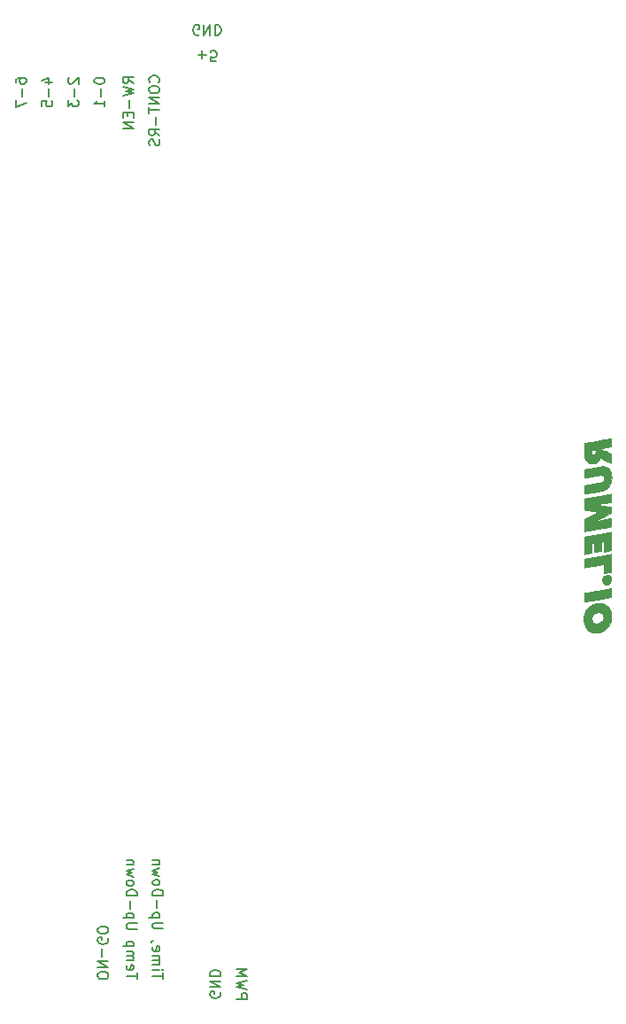
<source format=gbr>
G04 #@! TF.GenerationSoftware,KiCad,Pcbnew,(5.1.6)-1*
G04 #@! TF.CreationDate,2020-07-01T23:55:18-04:00*
G04 #@! TF.ProjectId,T-ShirtPress,542d5368-6972-4745-9072-6573732e6b69,rev?*
G04 #@! TF.SameCoordinates,Original*
G04 #@! TF.FileFunction,Legend,Bot*
G04 #@! TF.FilePolarity,Positive*
%FSLAX46Y46*%
G04 Gerber Fmt 4.6, Leading zero omitted, Abs format (unit mm)*
G04 Created by KiCad (PCBNEW (5.1.6)-1) date 2020-07-01 23:55:18*
%MOMM*%
%LPD*%
G01*
G04 APERTURE LIST*
%ADD10C,0.150000*%
%ADD11C,0.010000*%
G04 APERTURE END LIST*
D10*
X65988095Y-33000000D02*
X65892857Y-33047619D01*
X65750000Y-33047619D01*
X65607142Y-33000000D01*
X65511904Y-32904761D01*
X65464285Y-32809523D01*
X65416666Y-32619047D01*
X65416666Y-32476190D01*
X65464285Y-32285714D01*
X65511904Y-32190476D01*
X65607142Y-32095238D01*
X65750000Y-32047619D01*
X65845238Y-32047619D01*
X65988095Y-32095238D01*
X66035714Y-32142857D01*
X66035714Y-32476190D01*
X65845238Y-32476190D01*
X66464285Y-32047619D02*
X66464285Y-33047619D01*
X67035714Y-32047619D01*
X67035714Y-33047619D01*
X67511904Y-32047619D02*
X67511904Y-33047619D01*
X67750000Y-33047619D01*
X67892857Y-33000000D01*
X67988095Y-32904761D01*
X68035714Y-32809523D01*
X68083333Y-32619047D01*
X68083333Y-32476190D01*
X68035714Y-32285714D01*
X67988095Y-32190476D01*
X67892857Y-32095238D01*
X67750000Y-32047619D01*
X67511904Y-32047619D01*
X65892857Y-34928571D02*
X66654761Y-34928571D01*
X66273809Y-34547619D02*
X66273809Y-35309523D01*
X67607142Y-35547619D02*
X67130952Y-35547619D01*
X67083333Y-35071428D01*
X67130952Y-35119047D01*
X67226190Y-35166666D01*
X67464285Y-35166666D01*
X67559523Y-35119047D01*
X67607142Y-35071428D01*
X67654761Y-34976190D01*
X67654761Y-34738095D01*
X67607142Y-34642857D01*
X67559523Y-34595238D01*
X67464285Y-34547619D01*
X67226190Y-34547619D01*
X67130952Y-34595238D01*
X67083333Y-34642857D01*
X62107142Y-37535714D02*
X62154761Y-37488095D01*
X62202380Y-37345238D01*
X62202380Y-37250000D01*
X62154761Y-37107142D01*
X62059523Y-37011904D01*
X61964285Y-36964285D01*
X61773809Y-36916666D01*
X61630952Y-36916666D01*
X61440476Y-36964285D01*
X61345238Y-37011904D01*
X61250000Y-37107142D01*
X61202380Y-37250000D01*
X61202380Y-37345238D01*
X61250000Y-37488095D01*
X61297619Y-37535714D01*
X61202380Y-38154761D02*
X61202380Y-38345238D01*
X61250000Y-38440476D01*
X61345238Y-38535714D01*
X61535714Y-38583333D01*
X61869047Y-38583333D01*
X62059523Y-38535714D01*
X62154761Y-38440476D01*
X62202380Y-38345238D01*
X62202380Y-38154761D01*
X62154761Y-38059523D01*
X62059523Y-37964285D01*
X61869047Y-37916666D01*
X61535714Y-37916666D01*
X61345238Y-37964285D01*
X61250000Y-38059523D01*
X61202380Y-38154761D01*
X62202380Y-39011904D02*
X61202380Y-39011904D01*
X62202380Y-39583333D01*
X61202380Y-39583333D01*
X61202380Y-39916666D02*
X61202380Y-40488095D01*
X62202380Y-40202380D02*
X61202380Y-40202380D01*
X61821428Y-40821428D02*
X61821428Y-41583333D01*
X62202380Y-42630952D02*
X61726190Y-42297619D01*
X62202380Y-42059523D02*
X61202380Y-42059523D01*
X61202380Y-42440476D01*
X61250000Y-42535714D01*
X61297619Y-42583333D01*
X61392857Y-42630952D01*
X61535714Y-42630952D01*
X61630952Y-42583333D01*
X61678571Y-42535714D01*
X61726190Y-42440476D01*
X61726190Y-42059523D01*
X62154761Y-43011904D02*
X62202380Y-43154761D01*
X62202380Y-43392857D01*
X62154761Y-43488095D01*
X62107142Y-43535714D01*
X62011904Y-43583333D01*
X61916666Y-43583333D01*
X61821428Y-43535714D01*
X61773809Y-43488095D01*
X61726190Y-43392857D01*
X61678571Y-43202380D01*
X61630952Y-43107142D01*
X61583333Y-43059523D01*
X61488095Y-43011904D01*
X61392857Y-43011904D01*
X61297619Y-43059523D01*
X61250000Y-43107142D01*
X61202380Y-43202380D01*
X61202380Y-43440476D01*
X61250000Y-43583333D01*
X59702380Y-37642857D02*
X59226190Y-37309523D01*
X59702380Y-37071428D02*
X58702380Y-37071428D01*
X58702380Y-37452380D01*
X58750000Y-37547619D01*
X58797619Y-37595238D01*
X58892857Y-37642857D01*
X59035714Y-37642857D01*
X59130952Y-37595238D01*
X59178571Y-37547619D01*
X59226190Y-37452380D01*
X59226190Y-37071428D01*
X58702380Y-37976190D02*
X59702380Y-38214285D01*
X58988095Y-38404761D01*
X59702380Y-38595238D01*
X58702380Y-38833333D01*
X59321428Y-39214285D02*
X59321428Y-39976190D01*
X59178571Y-40452380D02*
X59178571Y-40785714D01*
X59702380Y-40928571D02*
X59702380Y-40452380D01*
X58702380Y-40452380D01*
X58702380Y-40928571D01*
X59702380Y-41357142D02*
X58702380Y-41357142D01*
X59702380Y-41928571D01*
X58702380Y-41928571D01*
X55952380Y-37357142D02*
X55952380Y-37452380D01*
X56000000Y-37547619D01*
X56047619Y-37595238D01*
X56142857Y-37642857D01*
X56333333Y-37690476D01*
X56571428Y-37690476D01*
X56761904Y-37642857D01*
X56857142Y-37595238D01*
X56904761Y-37547619D01*
X56952380Y-37452380D01*
X56952380Y-37357142D01*
X56904761Y-37261904D01*
X56857142Y-37214285D01*
X56761904Y-37166666D01*
X56571428Y-37119047D01*
X56333333Y-37119047D01*
X56142857Y-37166666D01*
X56047619Y-37214285D01*
X56000000Y-37261904D01*
X55952380Y-37357142D01*
X56571428Y-38119047D02*
X56571428Y-38880952D01*
X56952380Y-39880952D02*
X56952380Y-39309523D01*
X56952380Y-39595238D02*
X55952380Y-39595238D01*
X56095238Y-39500000D01*
X56190476Y-39404761D01*
X56238095Y-39309523D01*
X53547619Y-37119047D02*
X53500000Y-37166666D01*
X53452380Y-37261904D01*
X53452380Y-37500000D01*
X53500000Y-37595238D01*
X53547619Y-37642857D01*
X53642857Y-37690476D01*
X53738095Y-37690476D01*
X53880952Y-37642857D01*
X54452380Y-37071428D01*
X54452380Y-37690476D01*
X54071428Y-38119047D02*
X54071428Y-38880952D01*
X53452380Y-39261904D02*
X53452380Y-39880952D01*
X53833333Y-39547619D01*
X53833333Y-39690476D01*
X53880952Y-39785714D01*
X53928571Y-39833333D01*
X54023809Y-39880952D01*
X54261904Y-39880952D01*
X54357142Y-39833333D01*
X54404761Y-39785714D01*
X54452380Y-39690476D01*
X54452380Y-39404761D01*
X54404761Y-39309523D01*
X54357142Y-39261904D01*
X51285714Y-37595238D02*
X51952380Y-37595238D01*
X50904761Y-37357142D02*
X51619047Y-37119047D01*
X51619047Y-37738095D01*
X51571428Y-38119047D02*
X51571428Y-38880952D01*
X50952380Y-39833333D02*
X50952380Y-39357142D01*
X51428571Y-39309523D01*
X51380952Y-39357142D01*
X51333333Y-39452380D01*
X51333333Y-39690476D01*
X51380952Y-39785714D01*
X51428571Y-39833333D01*
X51523809Y-39880952D01*
X51761904Y-39880952D01*
X51857142Y-39833333D01*
X51904761Y-39785714D01*
X51952380Y-39690476D01*
X51952380Y-39452380D01*
X51904761Y-39357142D01*
X51857142Y-39309523D01*
X48452380Y-37595238D02*
X48452380Y-37404761D01*
X48500000Y-37309523D01*
X48547619Y-37261904D01*
X48690476Y-37166666D01*
X48880952Y-37119047D01*
X49261904Y-37119047D01*
X49357142Y-37166666D01*
X49404761Y-37214285D01*
X49452380Y-37309523D01*
X49452380Y-37500000D01*
X49404761Y-37595238D01*
X49357142Y-37642857D01*
X49261904Y-37690476D01*
X49023809Y-37690476D01*
X48928571Y-37642857D01*
X48880952Y-37595238D01*
X48833333Y-37500000D01*
X48833333Y-37309523D01*
X48880952Y-37214285D01*
X48928571Y-37166666D01*
X49023809Y-37119047D01*
X49071428Y-38119047D02*
X49071428Y-38880952D01*
X48452380Y-39261904D02*
X48452380Y-39928571D01*
X49452380Y-39500000D01*
X62547619Y-123261904D02*
X62547619Y-122690476D01*
X61547619Y-122976190D02*
X62547619Y-122976190D01*
X61547619Y-122357142D02*
X62214285Y-122357142D01*
X62547619Y-122357142D02*
X62500000Y-122404761D01*
X62452380Y-122357142D01*
X62500000Y-122309523D01*
X62547619Y-122357142D01*
X62452380Y-122357142D01*
X61547619Y-121880952D02*
X62214285Y-121880952D01*
X62119047Y-121880952D02*
X62166666Y-121833333D01*
X62214285Y-121738095D01*
X62214285Y-121595238D01*
X62166666Y-121500000D01*
X62071428Y-121452380D01*
X61547619Y-121452380D01*
X62071428Y-121452380D02*
X62166666Y-121404761D01*
X62214285Y-121309523D01*
X62214285Y-121166666D01*
X62166666Y-121071428D01*
X62071428Y-121023809D01*
X61547619Y-121023809D01*
X61595238Y-120166666D02*
X61547619Y-120261904D01*
X61547619Y-120452380D01*
X61595238Y-120547619D01*
X61690476Y-120595238D01*
X62071428Y-120595238D01*
X62166666Y-120547619D01*
X62214285Y-120452380D01*
X62214285Y-120261904D01*
X62166666Y-120166666D01*
X62071428Y-120119047D01*
X61976190Y-120119047D01*
X61880952Y-120595238D01*
X61595238Y-119642857D02*
X61547619Y-119642857D01*
X61452380Y-119690476D01*
X61404761Y-119738095D01*
X62547619Y-118452380D02*
X61738095Y-118452380D01*
X61642857Y-118404761D01*
X61595238Y-118357142D01*
X61547619Y-118261904D01*
X61547619Y-118071428D01*
X61595238Y-117976190D01*
X61642857Y-117928571D01*
X61738095Y-117880952D01*
X62547619Y-117880952D01*
X62214285Y-117404761D02*
X61214285Y-117404761D01*
X62166666Y-117404761D02*
X62214285Y-117309523D01*
X62214285Y-117119047D01*
X62166666Y-117023809D01*
X62119047Y-116976190D01*
X62023809Y-116928571D01*
X61738095Y-116928571D01*
X61642857Y-116976190D01*
X61595238Y-117023809D01*
X61547619Y-117119047D01*
X61547619Y-117309523D01*
X61595238Y-117404761D01*
X61928571Y-116500000D02*
X61928571Y-115738095D01*
X61547619Y-115261904D02*
X62547619Y-115261904D01*
X62547619Y-115023809D01*
X62500000Y-114880952D01*
X62404761Y-114785714D01*
X62309523Y-114738095D01*
X62119047Y-114690476D01*
X61976190Y-114690476D01*
X61785714Y-114738095D01*
X61690476Y-114785714D01*
X61595238Y-114880952D01*
X61547619Y-115023809D01*
X61547619Y-115261904D01*
X61547619Y-114119047D02*
X61595238Y-114214285D01*
X61642857Y-114261904D01*
X61738095Y-114309523D01*
X62023809Y-114309523D01*
X62119047Y-114261904D01*
X62166666Y-114214285D01*
X62214285Y-114119047D01*
X62214285Y-113976190D01*
X62166666Y-113880952D01*
X62119047Y-113833333D01*
X62023809Y-113785714D01*
X61738095Y-113785714D01*
X61642857Y-113833333D01*
X61595238Y-113880952D01*
X61547619Y-113976190D01*
X61547619Y-114119047D01*
X62214285Y-113452380D02*
X61547619Y-113261904D01*
X62023809Y-113071428D01*
X61547619Y-112880952D01*
X62214285Y-112690476D01*
X62214285Y-112309523D02*
X61547619Y-112309523D01*
X62119047Y-112309523D02*
X62166666Y-112261904D01*
X62214285Y-112166666D01*
X62214285Y-112023809D01*
X62166666Y-111928571D01*
X62071428Y-111880952D01*
X61547619Y-111880952D01*
X60047619Y-123238095D02*
X60047619Y-122666666D01*
X59047619Y-122952380D02*
X60047619Y-122952380D01*
X59095238Y-121952380D02*
X59047619Y-122047619D01*
X59047619Y-122238095D01*
X59095238Y-122333333D01*
X59190476Y-122380952D01*
X59571428Y-122380952D01*
X59666666Y-122333333D01*
X59714285Y-122238095D01*
X59714285Y-122047619D01*
X59666666Y-121952380D01*
X59571428Y-121904761D01*
X59476190Y-121904761D01*
X59380952Y-122380952D01*
X59047619Y-121476190D02*
X59714285Y-121476190D01*
X59619047Y-121476190D02*
X59666666Y-121428571D01*
X59714285Y-121333333D01*
X59714285Y-121190476D01*
X59666666Y-121095238D01*
X59571428Y-121047619D01*
X59047619Y-121047619D01*
X59571428Y-121047619D02*
X59666666Y-121000000D01*
X59714285Y-120904761D01*
X59714285Y-120761904D01*
X59666666Y-120666666D01*
X59571428Y-120619047D01*
X59047619Y-120619047D01*
X59714285Y-120142857D02*
X58714285Y-120142857D01*
X59666666Y-120142857D02*
X59714285Y-120047619D01*
X59714285Y-119857142D01*
X59666666Y-119761904D01*
X59619047Y-119714285D01*
X59523809Y-119666666D01*
X59238095Y-119666666D01*
X59142857Y-119714285D01*
X59095238Y-119761904D01*
X59047619Y-119857142D01*
X59047619Y-120047619D01*
X59095238Y-120142857D01*
X60047619Y-118476190D02*
X59238095Y-118476190D01*
X59142857Y-118428571D01*
X59095238Y-118380952D01*
X59047619Y-118285714D01*
X59047619Y-118095238D01*
X59095238Y-118000000D01*
X59142857Y-117952380D01*
X59238095Y-117904761D01*
X60047619Y-117904761D01*
X59714285Y-117428571D02*
X58714285Y-117428571D01*
X59666666Y-117428571D02*
X59714285Y-117333333D01*
X59714285Y-117142857D01*
X59666666Y-117047619D01*
X59619047Y-117000000D01*
X59523809Y-116952380D01*
X59238095Y-116952380D01*
X59142857Y-117000000D01*
X59095238Y-117047619D01*
X59047619Y-117142857D01*
X59047619Y-117333333D01*
X59095238Y-117428571D01*
X59428571Y-116523809D02*
X59428571Y-115761904D01*
X59047619Y-115285714D02*
X60047619Y-115285714D01*
X60047619Y-115047619D01*
X60000000Y-114904761D01*
X59904761Y-114809523D01*
X59809523Y-114761904D01*
X59619047Y-114714285D01*
X59476190Y-114714285D01*
X59285714Y-114761904D01*
X59190476Y-114809523D01*
X59095238Y-114904761D01*
X59047619Y-115047619D01*
X59047619Y-115285714D01*
X59047619Y-114142857D02*
X59095238Y-114238095D01*
X59142857Y-114285714D01*
X59238095Y-114333333D01*
X59523809Y-114333333D01*
X59619047Y-114285714D01*
X59666666Y-114238095D01*
X59714285Y-114142857D01*
X59714285Y-114000000D01*
X59666666Y-113904761D01*
X59619047Y-113857142D01*
X59523809Y-113809523D01*
X59238095Y-113809523D01*
X59142857Y-113857142D01*
X59095238Y-113904761D01*
X59047619Y-114000000D01*
X59047619Y-114142857D01*
X59714285Y-113476190D02*
X59047619Y-113285714D01*
X59523809Y-113095238D01*
X59047619Y-112904761D01*
X59714285Y-112714285D01*
X59714285Y-112333333D02*
X59047619Y-112333333D01*
X59619047Y-112333333D02*
X59666666Y-112285714D01*
X59714285Y-112190476D01*
X59714285Y-112047619D01*
X59666666Y-111952380D01*
X59571428Y-111904761D01*
X59047619Y-111904761D01*
X57297619Y-123011904D02*
X57297619Y-122821428D01*
X57250000Y-122726190D01*
X57154761Y-122630952D01*
X56964285Y-122583333D01*
X56630952Y-122583333D01*
X56440476Y-122630952D01*
X56345238Y-122726190D01*
X56297619Y-122821428D01*
X56297619Y-123011904D01*
X56345238Y-123107142D01*
X56440476Y-123202380D01*
X56630952Y-123250000D01*
X56964285Y-123250000D01*
X57154761Y-123202380D01*
X57250000Y-123107142D01*
X57297619Y-123011904D01*
X56297619Y-122154761D02*
X57297619Y-122154761D01*
X56297619Y-121583333D01*
X57297619Y-121583333D01*
X56678571Y-121107142D02*
X56678571Y-120345238D01*
X57250000Y-119345238D02*
X57297619Y-119440476D01*
X57297619Y-119583333D01*
X57250000Y-119726190D01*
X57154761Y-119821428D01*
X57059523Y-119869047D01*
X56869047Y-119916666D01*
X56726190Y-119916666D01*
X56535714Y-119869047D01*
X56440476Y-119821428D01*
X56345238Y-119726190D01*
X56297619Y-119583333D01*
X56297619Y-119488095D01*
X56345238Y-119345238D01*
X56392857Y-119297619D01*
X56726190Y-119297619D01*
X56726190Y-119488095D01*
X57297619Y-118678571D02*
X57297619Y-118488095D01*
X57250000Y-118392857D01*
X57154761Y-118297619D01*
X56964285Y-118250000D01*
X56630952Y-118250000D01*
X56440476Y-118297619D01*
X56345238Y-118392857D01*
X56297619Y-118488095D01*
X56297619Y-118678571D01*
X56345238Y-118773809D01*
X56440476Y-118869047D01*
X56630952Y-118916666D01*
X56964285Y-118916666D01*
X57154761Y-118869047D01*
X57250000Y-118773809D01*
X57297619Y-118678571D01*
X68000000Y-124511904D02*
X68047619Y-124607142D01*
X68047619Y-124750000D01*
X68000000Y-124892857D01*
X67904761Y-124988095D01*
X67809523Y-125035714D01*
X67619047Y-125083333D01*
X67476190Y-125083333D01*
X67285714Y-125035714D01*
X67190476Y-124988095D01*
X67095238Y-124892857D01*
X67047619Y-124750000D01*
X67047619Y-124654761D01*
X67095238Y-124511904D01*
X67142857Y-124464285D01*
X67476190Y-124464285D01*
X67476190Y-124654761D01*
X67047619Y-124035714D02*
X68047619Y-124035714D01*
X67047619Y-123464285D01*
X68047619Y-123464285D01*
X67047619Y-122988095D02*
X68047619Y-122988095D01*
X68047619Y-122750000D01*
X68000000Y-122607142D01*
X67904761Y-122511904D01*
X67809523Y-122464285D01*
X67619047Y-122416666D01*
X67476190Y-122416666D01*
X67285714Y-122464285D01*
X67190476Y-122511904D01*
X67095238Y-122607142D01*
X67047619Y-122750000D01*
X67047619Y-122988095D01*
X69547619Y-125154761D02*
X70547619Y-125154761D01*
X70547619Y-124773809D01*
X70500000Y-124678571D01*
X70452380Y-124630952D01*
X70357142Y-124583333D01*
X70214285Y-124583333D01*
X70119047Y-124630952D01*
X70071428Y-124678571D01*
X70023809Y-124773809D01*
X70023809Y-125154761D01*
X70547619Y-124250000D02*
X69547619Y-124011904D01*
X70261904Y-123821428D01*
X69547619Y-123630952D01*
X70547619Y-123392857D01*
X69547619Y-123011904D02*
X70547619Y-123011904D01*
X69833333Y-122678571D01*
X70547619Y-122345238D01*
X69547619Y-122345238D01*
D11*
G36*
X102793394Y-76681111D02*
G01*
X102797753Y-76782724D01*
X102804806Y-76851050D01*
X102812500Y-76873173D01*
X102846930Y-76872658D01*
X102928731Y-76862705D01*
X103049888Y-76844755D01*
X103202388Y-76820252D01*
X103378215Y-76790636D01*
X103569355Y-76757350D01*
X103767792Y-76721834D01*
X103965513Y-76685531D01*
X104154503Y-76649883D01*
X104326746Y-76616332D01*
X104474229Y-76586318D01*
X104588936Y-76561285D01*
X104662853Y-76542673D01*
X104679098Y-76537389D01*
X104905858Y-76424290D01*
X105091626Y-76272722D01*
X105235856Y-76083587D01*
X105338003Y-75857788D01*
X105397522Y-75596224D01*
X105414143Y-75322037D01*
X105408349Y-75185414D01*
X105394676Y-75048932D01*
X105375826Y-74937986D01*
X105371338Y-74919842D01*
X105288653Y-74694414D01*
X105174443Y-74512970D01*
X105030353Y-74377305D01*
X104858028Y-74289215D01*
X104771970Y-74265629D01*
X104732400Y-74258549D01*
X104689164Y-74254153D01*
X104637709Y-74253061D01*
X104573483Y-74255893D01*
X104491933Y-74263268D01*
X104388506Y-74275805D01*
X104258649Y-74294125D01*
X104097810Y-74318846D01*
X103901437Y-74350588D01*
X103664976Y-74389971D01*
X103383875Y-74437614D01*
X103053581Y-74494137D01*
X102904222Y-74519792D01*
X102805444Y-74536771D01*
X102797530Y-74915906D01*
X102795478Y-75058282D01*
X102795428Y-75181230D01*
X102797260Y-75273260D01*
X102800853Y-75322882D01*
X102801865Y-75326959D01*
X102827781Y-75333519D01*
X102898131Y-75329771D01*
X103015183Y-75315405D01*
X103181207Y-75290112D01*
X103398471Y-75253584D01*
X103595381Y-75218812D01*
X103829117Y-75177283D01*
X104014282Y-75145483D01*
X104157751Y-75122588D01*
X104266401Y-75107773D01*
X104347109Y-75100215D01*
X104406752Y-75099087D01*
X104452206Y-75103566D01*
X104487216Y-75111874D01*
X104598430Y-75168686D01*
X104666338Y-75260520D01*
X104692166Y-75389262D01*
X104692195Y-75427320D01*
X104668879Y-75566824D01*
X104605905Y-75669418D01*
X104498622Y-75742470D01*
X104491101Y-75745885D01*
X104435865Y-75763222D01*
X104333433Y-75788395D01*
X104192226Y-75819609D01*
X104020667Y-75855071D01*
X103827175Y-75892988D01*
X103620172Y-75931563D01*
X103615690Y-75932377D01*
X103413602Y-75969445D01*
X103229391Y-76004020D01*
X103070458Y-76034651D01*
X102944205Y-76059884D01*
X102858031Y-76078269D01*
X102819338Y-76088352D01*
X102818413Y-76088818D01*
X102808633Y-76121496D01*
X102800968Y-76197648D01*
X102795516Y-76304478D01*
X102792371Y-76429195D01*
X102791632Y-76559004D01*
X102793394Y-76681111D01*
G37*
X102793394Y-76681111D02*
X102797753Y-76782724D01*
X102804806Y-76851050D01*
X102812500Y-76873173D01*
X102846930Y-76872658D01*
X102928731Y-76862705D01*
X103049888Y-76844755D01*
X103202388Y-76820252D01*
X103378215Y-76790636D01*
X103569355Y-76757350D01*
X103767792Y-76721834D01*
X103965513Y-76685531D01*
X104154503Y-76649883D01*
X104326746Y-76616332D01*
X104474229Y-76586318D01*
X104588936Y-76561285D01*
X104662853Y-76542673D01*
X104679098Y-76537389D01*
X104905858Y-76424290D01*
X105091626Y-76272722D01*
X105235856Y-76083587D01*
X105338003Y-75857788D01*
X105397522Y-75596224D01*
X105414143Y-75322037D01*
X105408349Y-75185414D01*
X105394676Y-75048932D01*
X105375826Y-74937986D01*
X105371338Y-74919842D01*
X105288653Y-74694414D01*
X105174443Y-74512970D01*
X105030353Y-74377305D01*
X104858028Y-74289215D01*
X104771970Y-74265629D01*
X104732400Y-74258549D01*
X104689164Y-74254153D01*
X104637709Y-74253061D01*
X104573483Y-74255893D01*
X104491933Y-74263268D01*
X104388506Y-74275805D01*
X104258649Y-74294125D01*
X104097810Y-74318846D01*
X103901437Y-74350588D01*
X103664976Y-74389971D01*
X103383875Y-74437614D01*
X103053581Y-74494137D01*
X102904222Y-74519792D01*
X102805444Y-74536771D01*
X102797530Y-74915906D01*
X102795478Y-75058282D01*
X102795428Y-75181230D01*
X102797260Y-75273260D01*
X102800853Y-75322882D01*
X102801865Y-75326959D01*
X102827781Y-75333519D01*
X102898131Y-75329771D01*
X103015183Y-75315405D01*
X103181207Y-75290112D01*
X103398471Y-75253584D01*
X103595381Y-75218812D01*
X103829117Y-75177283D01*
X104014282Y-75145483D01*
X104157751Y-75122588D01*
X104266401Y-75107773D01*
X104347109Y-75100215D01*
X104406752Y-75099087D01*
X104452206Y-75103566D01*
X104487216Y-75111874D01*
X104598430Y-75168686D01*
X104666338Y-75260520D01*
X104692166Y-75389262D01*
X104692195Y-75427320D01*
X104668879Y-75566824D01*
X104605905Y-75669418D01*
X104498622Y-75742470D01*
X104491101Y-75745885D01*
X104435865Y-75763222D01*
X104333433Y-75788395D01*
X104192226Y-75819609D01*
X104020667Y-75855071D01*
X103827175Y-75892988D01*
X103620172Y-75931563D01*
X103615690Y-75932377D01*
X103413602Y-75969445D01*
X103229391Y-76004020D01*
X103070458Y-76034651D01*
X102944205Y-76059884D01*
X102858031Y-76078269D01*
X102819338Y-76088352D01*
X102818413Y-76088818D01*
X102808633Y-76121496D01*
X102800968Y-76197648D01*
X102795516Y-76304478D01*
X102792371Y-76429195D01*
X102791632Y-76559004D01*
X102793394Y-76681111D01*
G36*
X102753446Y-89074955D02*
G01*
X102802675Y-89324033D01*
X102887430Y-89552618D01*
X103005040Y-89748959D01*
X103055772Y-89810441D01*
X103209888Y-89942431D01*
X103403617Y-90046794D01*
X103625028Y-90118902D01*
X103862188Y-90154128D01*
X103949113Y-90156889D01*
X104086250Y-90144598D01*
X104251634Y-90111548D01*
X104423672Y-90063471D01*
X104580771Y-90006099D01*
X104663159Y-89967333D01*
X104852576Y-89837983D01*
X105028584Y-89663274D01*
X105182416Y-89454102D01*
X105305303Y-89221360D01*
X105345503Y-89119416D01*
X105377196Y-88990237D01*
X105397797Y-88824012D01*
X105406942Y-88639109D01*
X105404265Y-88453900D01*
X105389398Y-88286752D01*
X105364532Y-88164352D01*
X105268464Y-87919176D01*
X105138456Y-87718854D01*
X104972909Y-87561982D01*
X104770226Y-87447155D01*
X104528812Y-87372969D01*
X104447936Y-87358325D01*
X104168702Y-87341916D01*
X104107561Y-87350081D01*
X104107561Y-88222609D01*
X104252078Y-88223273D01*
X104381571Y-88245315D01*
X104473651Y-88286269D01*
X104572425Y-88389491D01*
X104633477Y-88523949D01*
X104654378Y-88676829D01*
X104632696Y-88835315D01*
X104596135Y-88932157D01*
X104508500Y-89060885D01*
X104390161Y-89161256D01*
X104250953Y-89232181D01*
X104100712Y-89272576D01*
X103949272Y-89281354D01*
X103806468Y-89257428D01*
X103682135Y-89199712D01*
X103586109Y-89107120D01*
X103551832Y-89047511D01*
X103504180Y-88880185D01*
X103509740Y-88714671D01*
X103565572Y-88558497D01*
X103668735Y-88419188D01*
X103816286Y-88304269D01*
X103849667Y-88285509D01*
X103967074Y-88243347D01*
X104107561Y-88222609D01*
X104107561Y-87350081D01*
X103899314Y-87377894D01*
X103645172Y-87462378D01*
X103411681Y-87591485D01*
X103204243Y-87761333D01*
X103028261Y-87968041D01*
X102889137Y-88207725D01*
X102792276Y-88476505D01*
X102772245Y-88562333D01*
X102742413Y-88817138D01*
X102753446Y-89074955D01*
G37*
X102753446Y-89074955D02*
X102802675Y-89324033D01*
X102887430Y-89552618D01*
X103005040Y-89748959D01*
X103055772Y-89810441D01*
X103209888Y-89942431D01*
X103403617Y-90046794D01*
X103625028Y-90118902D01*
X103862188Y-90154128D01*
X103949113Y-90156889D01*
X104086250Y-90144598D01*
X104251634Y-90111548D01*
X104423672Y-90063471D01*
X104580771Y-90006099D01*
X104663159Y-89967333D01*
X104852576Y-89837983D01*
X105028584Y-89663274D01*
X105182416Y-89454102D01*
X105305303Y-89221360D01*
X105345503Y-89119416D01*
X105377196Y-88990237D01*
X105397797Y-88824012D01*
X105406942Y-88639109D01*
X105404265Y-88453900D01*
X105389398Y-88286752D01*
X105364532Y-88164352D01*
X105268464Y-87919176D01*
X105138456Y-87718854D01*
X104972909Y-87561982D01*
X104770226Y-87447155D01*
X104528812Y-87372969D01*
X104447936Y-87358325D01*
X104168702Y-87341916D01*
X104107561Y-87350081D01*
X104107561Y-88222609D01*
X104252078Y-88223273D01*
X104381571Y-88245315D01*
X104473651Y-88286269D01*
X104572425Y-88389491D01*
X104633477Y-88523949D01*
X104654378Y-88676829D01*
X104632696Y-88835315D01*
X104596135Y-88932157D01*
X104508500Y-89060885D01*
X104390161Y-89161256D01*
X104250953Y-89232181D01*
X104100712Y-89272576D01*
X103949272Y-89281354D01*
X103806468Y-89257428D01*
X103682135Y-89199712D01*
X103586109Y-89107120D01*
X103551832Y-89047511D01*
X103504180Y-88880185D01*
X103509740Y-88714671D01*
X103565572Y-88558497D01*
X103668735Y-88419188D01*
X103816286Y-88304269D01*
X103849667Y-88285509D01*
X103967074Y-88243347D01*
X104107561Y-88222609D01*
X104107561Y-87350081D01*
X103899314Y-87377894D01*
X103645172Y-87462378D01*
X103411681Y-87591485D01*
X103204243Y-87761333D01*
X103028261Y-87968041D01*
X102889137Y-88207725D01*
X102792276Y-88476505D01*
X102772245Y-88562333D01*
X102742413Y-88817138D01*
X102753446Y-89074955D01*
G36*
X104573155Y-85354425D02*
G01*
X104675742Y-85476280D01*
X104680550Y-85480373D01*
X104751941Y-85529350D01*
X104829362Y-85551912D01*
X104920103Y-85556667D01*
X105078171Y-85532601D01*
X105211256Y-85459021D01*
X105323095Y-85333857D01*
X105323606Y-85333099D01*
X105372134Y-85218507D01*
X105389612Y-85080132D01*
X105375565Y-84941639D01*
X105333646Y-84833238D01*
X105250928Y-84729469D01*
X105151241Y-84672479D01*
X105019668Y-84654072D01*
X105007554Y-84654020D01*
X104842017Y-84679419D01*
X104703986Y-84752550D01*
X104598339Y-84870562D01*
X104578506Y-84904939D01*
X104523274Y-85061627D01*
X104521912Y-85213831D01*
X104573155Y-85354425D01*
G37*
X104573155Y-85354425D02*
X104675742Y-85476280D01*
X104680550Y-85480373D01*
X104751941Y-85529350D01*
X104829362Y-85551912D01*
X104920103Y-85556667D01*
X105078171Y-85532601D01*
X105211256Y-85459021D01*
X105323095Y-85333857D01*
X105323606Y-85333099D01*
X105372134Y-85218507D01*
X105389612Y-85080132D01*
X105375565Y-84941639D01*
X105333646Y-84833238D01*
X105250928Y-84729469D01*
X105151241Y-84672479D01*
X105019668Y-84654072D01*
X105007554Y-84654020D01*
X104842017Y-84679419D01*
X104703986Y-84752550D01*
X104598339Y-84870562D01*
X104578506Y-84904939D01*
X104523274Y-85061627D01*
X104521912Y-85213831D01*
X104573155Y-85354425D01*
G36*
X102795962Y-72842443D02*
G01*
X102809712Y-73109108D01*
X102832373Y-73325847D01*
X102863738Y-73490475D01*
X102890690Y-73573367D01*
X102968168Y-73706881D01*
X103077222Y-73828364D01*
X103199533Y-73918321D01*
X103228536Y-73932922D01*
X103353145Y-73968865D01*
X103507904Y-73983726D01*
X103670473Y-73977185D01*
X103818516Y-73948922D01*
X103841349Y-73941690D01*
X104005610Y-73858259D01*
X104148585Y-73733048D01*
X104253775Y-73580520D01*
X104254049Y-73579971D01*
X104292700Y-73506278D01*
X104321091Y-73458904D01*
X104329813Y-73449333D01*
X104357294Y-73460978D01*
X104427719Y-73493436D01*
X104533195Y-73542997D01*
X104665829Y-73605948D01*
X104817727Y-73678577D01*
X104839907Y-73689222D01*
X104993820Y-73762896D01*
X105129528Y-73827409D01*
X105239146Y-73879050D01*
X105314791Y-73914109D01*
X105348578Y-73928875D01*
X105349518Y-73929111D01*
X105352867Y-73902444D01*
X105355742Y-73828659D01*
X105357941Y-73717083D01*
X105359262Y-73577043D01*
X105359556Y-73465915D01*
X105359556Y-73002719D01*
X105140833Y-72919785D01*
X105006063Y-72868808D01*
X104848758Y-72809492D01*
X104699252Y-72753272D01*
X104675167Y-72744235D01*
X104550907Y-72694625D01*
X104473532Y-72655538D01*
X104435493Y-72622571D01*
X104428222Y-72600199D01*
X104450442Y-72556881D01*
X104519944Y-72532207D01*
X104582320Y-72521111D01*
X104686349Y-72502792D01*
X104818074Y-72479699D01*
X104963539Y-72454284D01*
X104978556Y-72451665D01*
X105345444Y-72387695D01*
X105353290Y-71984765D01*
X105361135Y-71581835D01*
X105282734Y-71598119D01*
X105238391Y-71606450D01*
X105144842Y-71623371D01*
X105008481Y-71647749D01*
X104835700Y-71678447D01*
X104632894Y-71714331D01*
X104406457Y-71754265D01*
X104162781Y-71797115D01*
X104075444Y-71812445D01*
X103859034Y-71850462D01*
X103859034Y-72659111D01*
X103880091Y-72684110D01*
X103890428Y-72748390D01*
X103890363Y-72835879D01*
X103880212Y-72930504D01*
X103860293Y-73016190D01*
X103851526Y-73040013D01*
X103790302Y-73125431D01*
X103699742Y-73163366D01*
X103594668Y-73155271D01*
X103527659Y-73114311D01*
X103486373Y-73029424D01*
X103469319Y-72897089D01*
X103468667Y-72857727D01*
X103468667Y-72721350D01*
X103647367Y-72690231D01*
X103745345Y-72674015D01*
X103822654Y-72662758D01*
X103859034Y-72659111D01*
X103859034Y-71850462D01*
X103827324Y-71856033D01*
X103594257Y-71897092D01*
X103382631Y-71934488D01*
X103198835Y-71967086D01*
X103049257Y-71993754D01*
X102940284Y-72013357D01*
X102878305Y-72024762D01*
X102868944Y-72026597D01*
X102791333Y-72042707D01*
X102791333Y-72528038D01*
X102795962Y-72842443D01*
G37*
X102795962Y-72842443D02*
X102809712Y-73109108D01*
X102832373Y-73325847D01*
X102863738Y-73490475D01*
X102890690Y-73573367D01*
X102968168Y-73706881D01*
X103077222Y-73828364D01*
X103199533Y-73918321D01*
X103228536Y-73932922D01*
X103353145Y-73968865D01*
X103507904Y-73983726D01*
X103670473Y-73977185D01*
X103818516Y-73948922D01*
X103841349Y-73941690D01*
X104005610Y-73858259D01*
X104148585Y-73733048D01*
X104253775Y-73580520D01*
X104254049Y-73579971D01*
X104292700Y-73506278D01*
X104321091Y-73458904D01*
X104329813Y-73449333D01*
X104357294Y-73460978D01*
X104427719Y-73493436D01*
X104533195Y-73542997D01*
X104665829Y-73605948D01*
X104817727Y-73678577D01*
X104839907Y-73689222D01*
X104993820Y-73762896D01*
X105129528Y-73827409D01*
X105239146Y-73879050D01*
X105314791Y-73914109D01*
X105348578Y-73928875D01*
X105349518Y-73929111D01*
X105352867Y-73902444D01*
X105355742Y-73828659D01*
X105357941Y-73717083D01*
X105359262Y-73577043D01*
X105359556Y-73465915D01*
X105359556Y-73002719D01*
X105140833Y-72919785D01*
X105006063Y-72868808D01*
X104848758Y-72809492D01*
X104699252Y-72753272D01*
X104675167Y-72744235D01*
X104550907Y-72694625D01*
X104473532Y-72655538D01*
X104435493Y-72622571D01*
X104428222Y-72600199D01*
X104450442Y-72556881D01*
X104519944Y-72532207D01*
X104582320Y-72521111D01*
X104686349Y-72502792D01*
X104818074Y-72479699D01*
X104963539Y-72454284D01*
X104978556Y-72451665D01*
X105345444Y-72387695D01*
X105353290Y-71984765D01*
X105361135Y-71581835D01*
X105282734Y-71598119D01*
X105238391Y-71606450D01*
X105144842Y-71623371D01*
X105008481Y-71647749D01*
X104835700Y-71678447D01*
X104632894Y-71714331D01*
X104406457Y-71754265D01*
X104162781Y-71797115D01*
X104075444Y-71812445D01*
X103859034Y-71850462D01*
X103859034Y-72659111D01*
X103880091Y-72684110D01*
X103890428Y-72748390D01*
X103890363Y-72835879D01*
X103880212Y-72930504D01*
X103860293Y-73016190D01*
X103851526Y-73040013D01*
X103790302Y-73125431D01*
X103699742Y-73163366D01*
X103594668Y-73155271D01*
X103527659Y-73114311D01*
X103486373Y-73029424D01*
X103469319Y-72897089D01*
X103468667Y-72857727D01*
X103468667Y-72721350D01*
X103647367Y-72690231D01*
X103745345Y-72674015D01*
X103822654Y-72662758D01*
X103859034Y-72659111D01*
X103859034Y-71850462D01*
X103827324Y-71856033D01*
X103594257Y-71897092D01*
X103382631Y-71934488D01*
X103198835Y-71967086D01*
X103049257Y-71993754D01*
X102940284Y-72013357D01*
X102878305Y-72024762D01*
X102868944Y-72026597D01*
X102791333Y-72042707D01*
X102791333Y-72528038D01*
X102795962Y-72842443D01*
G36*
X102868365Y-80465574D02*
G01*
X102913208Y-80457253D01*
X103007018Y-80440419D01*
X103143150Y-80416246D01*
X103314964Y-80385906D01*
X103515816Y-80350571D01*
X103739067Y-80311415D01*
X103978072Y-80269609D01*
X104004889Y-80264925D01*
X104248815Y-80222234D01*
X104480810Y-80181451D01*
X104693660Y-80143858D01*
X104880153Y-80110736D01*
X105033077Y-80083367D01*
X105145218Y-80063031D01*
X105209365Y-80051009D01*
X105211389Y-80050609D01*
X105359556Y-80021109D01*
X105359556Y-79627999D01*
X105358861Y-79470651D01*
X105356117Y-79361308D01*
X105350328Y-79291543D01*
X105340502Y-79252927D01*
X105325645Y-79237031D01*
X105313222Y-79234889D01*
X105273352Y-79240102D01*
X105186413Y-79254735D01*
X105060712Y-79277280D01*
X104904557Y-79306229D01*
X104726255Y-79340072D01*
X104605242Y-79363433D01*
X104418469Y-79399108D01*
X104249713Y-79430178D01*
X104106997Y-79455260D01*
X103998346Y-79472972D01*
X103931782Y-79481931D01*
X103914857Y-79482397D01*
X103931576Y-79467774D01*
X103992820Y-79431064D01*
X104092660Y-79375486D01*
X104225169Y-79304261D01*
X104384416Y-79220606D01*
X104564473Y-79127741D01*
X104622837Y-79097969D01*
X105359556Y-78723122D01*
X105359556Y-78428672D01*
X105358135Y-78307442D01*
X105354295Y-78210452D01*
X105348667Y-78149396D01*
X105343632Y-78134222D01*
X105307454Y-78130012D01*
X105225034Y-78118363D01*
X105105865Y-78100748D01*
X104959443Y-78078640D01*
X104795261Y-78053513D01*
X104622813Y-78026839D01*
X104451594Y-78000092D01*
X104291098Y-77974744D01*
X104150819Y-77952269D01*
X104040252Y-77934140D01*
X103968889Y-77921829D01*
X103948444Y-77917752D01*
X103905899Y-77905226D01*
X103909299Y-77895211D01*
X103963011Y-77881246D01*
X103974917Y-77878580D01*
X104030482Y-77868338D01*
X104132490Y-77851601D01*
X104271504Y-77829836D01*
X104438087Y-77804508D01*
X104622801Y-77777083D01*
X104715750Y-77763514D01*
X105359556Y-77670070D01*
X105359556Y-76887960D01*
X105281944Y-76904070D01*
X105237780Y-76912362D01*
X105144403Y-76929246D01*
X105008202Y-76953589D01*
X104835565Y-76984257D01*
X104632880Y-77020115D01*
X104406535Y-77060031D01*
X104162918Y-77102869D01*
X104075444Y-77118222D01*
X103827324Y-77161811D01*
X103594257Y-77202869D01*
X103382631Y-77240265D01*
X103198835Y-77272864D01*
X103049257Y-77299532D01*
X102940284Y-77319135D01*
X102878305Y-77330540D01*
X102868944Y-77332375D01*
X102791333Y-77348485D01*
X102791333Y-77866688D01*
X102792432Y-78031792D01*
X102795486Y-78176596D01*
X102800132Y-78291984D01*
X102806007Y-78368842D01*
X102812500Y-78397935D01*
X102845172Y-78405770D01*
X102925776Y-78420870D01*
X103046458Y-78441892D01*
X103199366Y-78467490D01*
X103376649Y-78496318D01*
X103518056Y-78518805D01*
X103706788Y-78549122D01*
X103875543Y-78577344D01*
X104016788Y-78602121D01*
X104122991Y-78622101D01*
X104186618Y-78635933D01*
X104201867Y-78641482D01*
X104177218Y-78656893D01*
X104107962Y-78692898D01*
X104000666Y-78746275D01*
X103861895Y-78813798D01*
X103698216Y-78892246D01*
X103516195Y-78978393D01*
X103503367Y-78984426D01*
X102805444Y-79312518D01*
X102790174Y-80481406D01*
X102868365Y-80465574D01*
G37*
X102868365Y-80465574D02*
X102913208Y-80457253D01*
X103007018Y-80440419D01*
X103143150Y-80416246D01*
X103314964Y-80385906D01*
X103515816Y-80350571D01*
X103739067Y-80311415D01*
X103978072Y-80269609D01*
X104004889Y-80264925D01*
X104248815Y-80222234D01*
X104480810Y-80181451D01*
X104693660Y-80143858D01*
X104880153Y-80110736D01*
X105033077Y-80083367D01*
X105145218Y-80063031D01*
X105209365Y-80051009D01*
X105211389Y-80050609D01*
X105359556Y-80021109D01*
X105359556Y-79627999D01*
X105358861Y-79470651D01*
X105356117Y-79361308D01*
X105350328Y-79291543D01*
X105340502Y-79252927D01*
X105325645Y-79237031D01*
X105313222Y-79234889D01*
X105273352Y-79240102D01*
X105186413Y-79254735D01*
X105060712Y-79277280D01*
X104904557Y-79306229D01*
X104726255Y-79340072D01*
X104605242Y-79363433D01*
X104418469Y-79399108D01*
X104249713Y-79430178D01*
X104106997Y-79455260D01*
X103998346Y-79472972D01*
X103931782Y-79481931D01*
X103914857Y-79482397D01*
X103931576Y-79467774D01*
X103992820Y-79431064D01*
X104092660Y-79375486D01*
X104225169Y-79304261D01*
X104384416Y-79220606D01*
X104564473Y-79127741D01*
X104622837Y-79097969D01*
X105359556Y-78723122D01*
X105359556Y-78428672D01*
X105358135Y-78307442D01*
X105354295Y-78210452D01*
X105348667Y-78149396D01*
X105343632Y-78134222D01*
X105307454Y-78130012D01*
X105225034Y-78118363D01*
X105105865Y-78100748D01*
X104959443Y-78078640D01*
X104795261Y-78053513D01*
X104622813Y-78026839D01*
X104451594Y-78000092D01*
X104291098Y-77974744D01*
X104150819Y-77952269D01*
X104040252Y-77934140D01*
X103968889Y-77921829D01*
X103948444Y-77917752D01*
X103905899Y-77905226D01*
X103909299Y-77895211D01*
X103963011Y-77881246D01*
X103974917Y-77878580D01*
X104030482Y-77868338D01*
X104132490Y-77851601D01*
X104271504Y-77829836D01*
X104438087Y-77804508D01*
X104622801Y-77777083D01*
X104715750Y-77763514D01*
X105359556Y-77670070D01*
X105359556Y-76887960D01*
X105281944Y-76904070D01*
X105237780Y-76912362D01*
X105144403Y-76929246D01*
X105008202Y-76953589D01*
X104835565Y-76984257D01*
X104632880Y-77020115D01*
X104406535Y-77060031D01*
X104162918Y-77102869D01*
X104075444Y-77118222D01*
X103827324Y-77161811D01*
X103594257Y-77202869D01*
X103382631Y-77240265D01*
X103198835Y-77272864D01*
X103049257Y-77299532D01*
X102940284Y-77319135D01*
X102878305Y-77330540D01*
X102868944Y-77332375D01*
X102791333Y-77348485D01*
X102791333Y-77866688D01*
X102792432Y-78031792D01*
X102795486Y-78176596D01*
X102800132Y-78291984D01*
X102806007Y-78368842D01*
X102812500Y-78397935D01*
X102845172Y-78405770D01*
X102925776Y-78420870D01*
X103046458Y-78441892D01*
X103199366Y-78467490D01*
X103376649Y-78496318D01*
X103518056Y-78518805D01*
X103706788Y-78549122D01*
X103875543Y-78577344D01*
X104016788Y-78602121D01*
X104122991Y-78622101D01*
X104186618Y-78635933D01*
X104201867Y-78641482D01*
X104177218Y-78656893D01*
X104107962Y-78692898D01*
X104000666Y-78746275D01*
X103861895Y-78813798D01*
X103698216Y-78892246D01*
X103516195Y-78978393D01*
X103503367Y-78984426D01*
X102805444Y-79312518D01*
X102790174Y-80481406D01*
X102868365Y-80465574D01*
G36*
X102792023Y-82029392D02*
G01*
X102793974Y-82219788D01*
X102797009Y-82383690D01*
X102800949Y-82514139D01*
X102805618Y-82604173D01*
X102810839Y-82646831D01*
X102812500Y-82649349D01*
X102847313Y-82644399D01*
X102925440Y-82631310D01*
X103034685Y-82612173D01*
X103141837Y-82592905D01*
X103268112Y-82570316D01*
X103373827Y-82552086D01*
X103446673Y-82540296D01*
X103473448Y-82536889D01*
X103481362Y-82510243D01*
X103488136Y-82436601D01*
X103493277Y-82325409D01*
X103496296Y-82186111D01*
X103496889Y-82085333D01*
X103497754Y-81911008D01*
X103500758Y-81785984D01*
X103506512Y-81703139D01*
X103515630Y-81655352D01*
X103528722Y-81635499D01*
X103535694Y-81633778D01*
X103590006Y-81628471D01*
X103661941Y-81616290D01*
X103749382Y-81598801D01*
X103765000Y-82440503D01*
X104400000Y-82331493D01*
X104400000Y-81911194D01*
X104401364Y-81735852D01*
X104405779Y-81610989D01*
X104413727Y-81530699D01*
X104425693Y-81489073D01*
X104435278Y-81480112D01*
X104486593Y-81467955D01*
X104561084Y-81453688D01*
X104562278Y-81453481D01*
X104654000Y-81437633D01*
X104654000Y-82430282D01*
X104745722Y-82413974D01*
X104814664Y-82401668D01*
X104920642Y-82382698D01*
X105045137Y-82360379D01*
X105098500Y-82350803D01*
X105359556Y-82303940D01*
X105359556Y-80528626D01*
X105281944Y-80544737D01*
X105237780Y-80553029D01*
X105144403Y-80569913D01*
X105008202Y-80594256D01*
X104835565Y-80624924D01*
X104632880Y-80660782D01*
X104406535Y-80700697D01*
X104162918Y-80743536D01*
X104075444Y-80758889D01*
X103827324Y-80802477D01*
X103594257Y-80843536D01*
X103382631Y-80880932D01*
X103198835Y-80913531D01*
X103049257Y-80940199D01*
X102940284Y-80959802D01*
X102878305Y-80971206D01*
X102868944Y-80973041D01*
X102791333Y-80989152D01*
X102791333Y-81819465D01*
X102792023Y-82029392D01*
G37*
X102792023Y-82029392D02*
X102793974Y-82219788D01*
X102797009Y-82383690D01*
X102800949Y-82514139D01*
X102805618Y-82604173D01*
X102810839Y-82646831D01*
X102812500Y-82649349D01*
X102847313Y-82644399D01*
X102925440Y-82631310D01*
X103034685Y-82612173D01*
X103141837Y-82592905D01*
X103268112Y-82570316D01*
X103373827Y-82552086D01*
X103446673Y-82540296D01*
X103473448Y-82536889D01*
X103481362Y-82510243D01*
X103488136Y-82436601D01*
X103493277Y-82325409D01*
X103496296Y-82186111D01*
X103496889Y-82085333D01*
X103497754Y-81911008D01*
X103500758Y-81785984D01*
X103506512Y-81703139D01*
X103515630Y-81655352D01*
X103528722Y-81635499D01*
X103535694Y-81633778D01*
X103590006Y-81628471D01*
X103661941Y-81616290D01*
X103749382Y-81598801D01*
X103765000Y-82440503D01*
X104400000Y-82331493D01*
X104400000Y-81911194D01*
X104401364Y-81735852D01*
X104405779Y-81610989D01*
X104413727Y-81530699D01*
X104425693Y-81489073D01*
X104435278Y-81480112D01*
X104486593Y-81467955D01*
X104561084Y-81453688D01*
X104562278Y-81453481D01*
X104654000Y-81437633D01*
X104654000Y-82430282D01*
X104745722Y-82413974D01*
X104814664Y-82401668D01*
X104920642Y-82382698D01*
X105045137Y-82360379D01*
X105098500Y-82350803D01*
X105359556Y-82303940D01*
X105359556Y-80528626D01*
X105281944Y-80544737D01*
X105237780Y-80553029D01*
X105144403Y-80569913D01*
X105008202Y-80594256D01*
X104835565Y-80624924D01*
X104632880Y-80660782D01*
X104406535Y-80700697D01*
X104162918Y-80743536D01*
X104075444Y-80758889D01*
X103827324Y-80802477D01*
X103594257Y-80843536D01*
X103382631Y-80880932D01*
X103198835Y-80913531D01*
X103049257Y-80940199D01*
X102940284Y-80959802D01*
X102878305Y-80971206D01*
X102868944Y-80973041D01*
X102791333Y-80989152D01*
X102791333Y-81819465D01*
X102792023Y-82029392D01*
G36*
X102791723Y-83671827D02*
G01*
X102793689Y-83782964D01*
X102798423Y-83854762D01*
X102807119Y-83895773D01*
X102820970Y-83914548D01*
X102841169Y-83919640D01*
X102848111Y-83919778D01*
X102886559Y-83915116D01*
X102972121Y-83902095D01*
X103096327Y-83882158D01*
X103250703Y-83856751D01*
X103426780Y-83827318D01*
X103616084Y-83795304D01*
X103810145Y-83762154D01*
X104000490Y-83729312D01*
X104178648Y-83698224D01*
X104336148Y-83670334D01*
X104464517Y-83647087D01*
X104555284Y-83629927D01*
X104590500Y-83622633D01*
X104654000Y-83608258D01*
X104654000Y-84476722D01*
X104943278Y-84424556D01*
X105071220Y-84401134D01*
X105183846Y-84379882D01*
X105265999Y-84363693D01*
X105296056Y-84357213D01*
X105359556Y-84342036D01*
X105359556Y-82645293D01*
X105281944Y-82661403D01*
X105237780Y-82669695D01*
X105144403Y-82686580D01*
X105008202Y-82710923D01*
X104835565Y-82741590D01*
X104632880Y-82777449D01*
X104406535Y-82817364D01*
X104162918Y-82860203D01*
X104075444Y-82875556D01*
X103827324Y-82919144D01*
X103594257Y-82960203D01*
X103382631Y-82997599D01*
X103198835Y-83030197D01*
X103049257Y-83056865D01*
X102940284Y-83076468D01*
X102878305Y-83087873D01*
X102868944Y-83089708D01*
X102791333Y-83105818D01*
X102791333Y-83512798D01*
X102791723Y-83671827D01*
G37*
X102791723Y-83671827D02*
X102793689Y-83782964D01*
X102798423Y-83854762D01*
X102807119Y-83895773D01*
X102820970Y-83914548D01*
X102841169Y-83919640D01*
X102848111Y-83919778D01*
X102886559Y-83915116D01*
X102972121Y-83902095D01*
X103096327Y-83882158D01*
X103250703Y-83856751D01*
X103426780Y-83827318D01*
X103616084Y-83795304D01*
X103810145Y-83762154D01*
X104000490Y-83729312D01*
X104178648Y-83698224D01*
X104336148Y-83670334D01*
X104464517Y-83647087D01*
X104555284Y-83629927D01*
X104590500Y-83622633D01*
X104654000Y-83608258D01*
X104654000Y-84476722D01*
X104943278Y-84424556D01*
X105071220Y-84401134D01*
X105183846Y-84379882D01*
X105265999Y-84363693D01*
X105296056Y-84357213D01*
X105359556Y-84342036D01*
X105359556Y-82645293D01*
X105281944Y-82661403D01*
X105237780Y-82669695D01*
X105144403Y-82686580D01*
X105008202Y-82710923D01*
X104835565Y-82741590D01*
X104632880Y-82777449D01*
X104406535Y-82817364D01*
X104162918Y-82860203D01*
X104075444Y-82875556D01*
X103827324Y-82919144D01*
X103594257Y-82960203D01*
X103382631Y-82997599D01*
X103198835Y-83030197D01*
X103049257Y-83056865D01*
X102940284Y-83076468D01*
X102878305Y-83087873D01*
X102868944Y-83089708D01*
X102791333Y-83105818D01*
X102791333Y-83512798D01*
X102791723Y-83671827D01*
G36*
X102791901Y-86946404D02*
G01*
X102794287Y-87058223D01*
X102799512Y-87130461D01*
X102808597Y-87171547D01*
X102822566Y-87189911D01*
X102840722Y-87193985D01*
X102878097Y-87189304D01*
X102965164Y-87175739D01*
X103096039Y-87154285D01*
X103264841Y-87125936D01*
X103465688Y-87091685D01*
X103692698Y-87052526D01*
X103939987Y-87009454D01*
X104124833Y-86977009D01*
X105359556Y-86759604D01*
X105359556Y-85919071D01*
X105281944Y-85935181D01*
X105237780Y-85943473D01*
X105144403Y-85960358D01*
X105008202Y-85984700D01*
X104835565Y-86015368D01*
X104632880Y-86051227D01*
X104406535Y-86091142D01*
X104162918Y-86133980D01*
X104075444Y-86149333D01*
X103827324Y-86192922D01*
X103594257Y-86233981D01*
X103382631Y-86271376D01*
X103198835Y-86303975D01*
X103049257Y-86330643D01*
X102940284Y-86350246D01*
X102878305Y-86361651D01*
X102868944Y-86363486D01*
X102791333Y-86379596D01*
X102791333Y-86786576D01*
X102791901Y-86946404D01*
G37*
X102791901Y-86946404D02*
X102794287Y-87058223D01*
X102799512Y-87130461D01*
X102808597Y-87171547D01*
X102822566Y-87189911D01*
X102840722Y-87193985D01*
X102878097Y-87189304D01*
X102965164Y-87175739D01*
X103096039Y-87154285D01*
X103264841Y-87125936D01*
X103465688Y-87091685D01*
X103692698Y-87052526D01*
X103939987Y-87009454D01*
X104124833Y-86977009D01*
X105359556Y-86759604D01*
X105359556Y-85919071D01*
X105281944Y-85935181D01*
X105237780Y-85943473D01*
X105144403Y-85960358D01*
X105008202Y-85984700D01*
X104835565Y-86015368D01*
X104632880Y-86051227D01*
X104406535Y-86091142D01*
X104162918Y-86133980D01*
X104075444Y-86149333D01*
X103827324Y-86192922D01*
X103594257Y-86233981D01*
X103382631Y-86271376D01*
X103198835Y-86303975D01*
X103049257Y-86330643D01*
X102940284Y-86350246D01*
X102878305Y-86361651D01*
X102868944Y-86363486D01*
X102791333Y-86379596D01*
X102791333Y-86786576D01*
X102791901Y-86946404D01*
M02*

</source>
